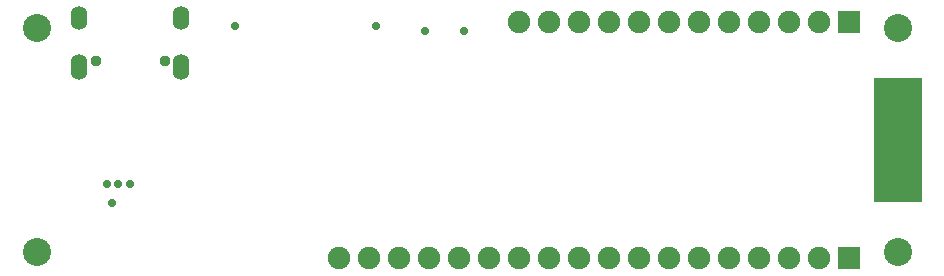
<source format=gbs>
G04*
G04 #@! TF.GenerationSoftware,Altium Limited,Altium Designer,23.1.1 (15)*
G04*
G04 Layer_Color=16711935*
%FSLAX26Y26*%
%MOIN*%
G70*
G04*
G04 #@! TF.SameCoordinates,D0E4B440-4BE9-487C-8C21-8B387810EFB0*
G04*
G04*
G04 #@! TF.FilePolarity,Negative*
G04*
G01*
G75*
%ADD32R,0.160000X0.415000*%
%ADD49C,0.093630*%
%ADD50C,0.074929*%
%ADD51R,0.074929X0.074929*%
%ADD52O,0.055244X0.086740*%
%ADD53C,0.037528*%
%ADD54O,0.055244X0.078866*%
%ADD55C,0.027685*%
D32*
X2950000Y-455000D02*
D03*
D49*
X2951811Y-79685D02*
D03*
Y-827717D02*
D03*
X79685D02*
D03*
Y-79685D02*
D03*
D50*
X2286496Y-60000D02*
D03*
X1886496D02*
D03*
X1786496D02*
D03*
X1986496D02*
D03*
X2086496D02*
D03*
X2186496D02*
D03*
X1686496D02*
D03*
X2386496D02*
D03*
X2486496D02*
D03*
X2586496D02*
D03*
X2686496D02*
D03*
X1786496Y-847402D02*
D03*
X1686496D02*
D03*
X1586496D02*
D03*
X1386496D02*
D03*
X1886496D02*
D03*
X1486496D02*
D03*
X1986496D02*
D03*
X2086496D02*
D03*
X2186496D02*
D03*
X2286496D02*
D03*
X2686496D02*
D03*
X2586496D02*
D03*
X2486496D02*
D03*
X2386496D02*
D03*
X1286496D02*
D03*
X1186496D02*
D03*
X1086496D02*
D03*
D51*
X2786496Y-60000D02*
D03*
Y-847402D02*
D03*
D52*
X222636Y-210870D02*
D03*
X562796D02*
D03*
D53*
X278936Y-190000D02*
D03*
X506496D02*
D03*
D54*
X222636Y-46300D02*
D03*
X562796D02*
D03*
D55*
X1210000Y-75000D02*
D03*
X1375000Y-90000D02*
D03*
X1504406Y-90594D02*
D03*
X740000Y-75000D02*
D03*
X390000Y-600000D02*
D03*
X350000D02*
D03*
X315000D02*
D03*
X330000Y-665000D02*
D03*
M02*

</source>
